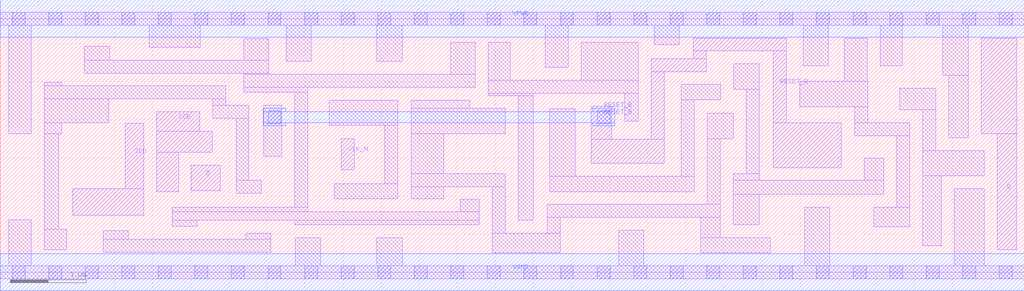
<source format=lef>
# Copyright 2020 The SkyWater PDK Authors
#
# Licensed under the Apache License, Version 2.0 (the "License");
# you may not use this file except in compliance with the License.
# You may obtain a copy of the License at
#
#     https://www.apache.org/licenses/LICENSE-2.0
#
# Unless required by applicable law or agreed to in writing, software
# distributed under the License is distributed on an "AS IS" BASIS,
# WITHOUT WARRANTIES OR CONDITIONS OF ANY KIND, either express or implied.
# See the License for the specific language governing permissions and
# limitations under the License.
#
# SPDX-License-Identifier: Apache-2.0

VERSION 5.7 ;
  NAMESCASESENSITIVE ON ;
  NOWIREEXTENSIONATPIN ON ;
  DIVIDERCHAR "/" ;
  BUSBITCHARS "[]" ;
UNITS
  DATABASE MICRONS 200 ;
END UNITS
MACRO sky130_fd_sc_lp__sdfrtn_1
  CLASS CORE ;
  FOREIGN sky130_fd_sc_lp__sdfrtn_1 ;
  ORIGIN  0.000000  0.000000 ;
  SIZE  13.44000 BY  3.330000 ;
  SYMMETRY X Y R90 ;
  SITE unit ;
  PIN D
    ANTENNAGATEAREA  0.159000 ;
    DIRECTION INPUT ;
    USE SIGNAL ;
    PORT
      LAYER li1 ;
        RECT 2.510000 1.070000 2.885000 1.405000 ;
    END
  END D
  PIN Q
    ANTENNADIFFAREA  0.581700 ;
    DIRECTION OUTPUT ;
    USE SIGNAL ;
    PORT
      LAYER li1 ;
        RECT 12.880000 1.815000 13.345000 3.075000 ;
        RECT 13.085000 0.295000 13.345000 1.815000 ;
    END
  END Q
  PIN RESET_B
    ANTENNAGATEAREA  0.411000 ;
    DIRECTION INPUT ;
    USE SIGNAL ;
    PORT
      LAYER li1 ;
        RECT  7.755000 1.430000  8.715000 1.745000 ;
        RECT  7.755000 1.745000  8.025000 2.180000 ;
        RECT  8.545000 1.745000  8.715000 2.635000 ;
        RECT  8.545000 2.635000  9.265000 2.805000 ;
        RECT  9.095000 2.805000  9.265000 2.905000 ;
        RECT  9.095000 2.905000 10.315000 3.075000 ;
        RECT 10.145000 1.375000 11.040000 1.965000 ;
        RECT 10.145000 1.965000 10.315000 2.905000 ;
      LAYER mcon ;
        RECT 7.835000 1.950000 8.005000 2.120000 ;
    END
    PORT
      LAYER met1 ;
        RECT 3.455000 1.920000 3.745000 1.965000 ;
        RECT 3.455000 1.965000 8.065000 2.105000 ;
        RECT 3.455000 2.105000 3.745000 2.150000 ;
        RECT 7.775000 1.920000 8.065000 1.965000 ;
        RECT 7.775000 2.105000 8.065000 2.150000 ;
    END
  END RESET_B
  PIN SCD
    ANTENNAGATEAREA  0.159000 ;
    DIRECTION INPUT ;
    USE SIGNAL ;
    PORT
      LAYER li1 ;
        RECT 0.950000 0.745000 1.885000 1.095000 ;
        RECT 1.640000 1.095000 1.885000 1.955000 ;
    END
  END SCD
  PIN SCE
    ANTENNAGATEAREA  0.318000 ;
    DIRECTION INPUT ;
    USE SIGNAL ;
    PORT
      LAYER li1 ;
        RECT 2.055000 1.055000 2.340000 1.575000 ;
        RECT 2.055000 1.575000 2.785000 1.850000 ;
        RECT 2.055000 1.850000 2.620000 2.105000 ;
    END
  END SCE
  PIN CLK_N
    ANTENNAGATEAREA  0.315000 ;
    DIRECTION INPUT ;
    USE CLOCK ;
    PORT
      LAYER li1 ;
        RECT 4.475000 1.345000 4.645000 1.750000 ;
    END
  END CLK_N
  PIN VGND
    DIRECTION INOUT ;
    USE GROUND ;
    PORT
      LAYER met1 ;
        RECT 0.000000 -0.245000 13.440000 0.245000 ;
    END
  END VGND
  PIN VPWR
    DIRECTION INOUT ;
    USE POWER ;
    PORT
      LAYER met1 ;
        RECT 0.000000 3.085000 13.440000 3.575000 ;
    END
  END VPWR
  OBS
    LAYER li1 ;
      RECT  0.000000 -0.085000 13.440000 0.085000 ;
      RECT  0.000000  3.245000 13.440000 3.415000 ;
      RECT  0.110000  0.085000  0.405000 0.690000 ;
      RECT  0.110000  1.815000  0.405000 3.245000 ;
      RECT  0.575000  0.295000  0.870000 0.565000 ;
      RECT  0.575000  0.565000  0.770000 1.815000 ;
      RECT  0.575000  1.815000  0.810000 1.965000 ;
      RECT  0.575000  1.965000  1.425000 2.275000 ;
      RECT  0.575000  2.275000  2.960000 2.445000 ;
      RECT  0.575000  2.445000  0.810000 2.495000 ;
      RECT  1.105000  2.615000  3.525000 2.785000 ;
      RECT  1.105000  2.785000  1.435000 2.965000 ;
      RECT  1.350000  0.265000  3.550000 0.435000 ;
      RECT  1.350000  0.435000  1.680000 0.545000 ;
      RECT  1.955000  2.955000  2.625000 3.245000 ;
      RECT  2.255000  0.605000  2.585000 0.685000 ;
      RECT  2.255000  0.685000  6.290000 0.795000 ;
      RECT  2.255000  0.795000  4.035000 0.855000 ;
      RECT  2.790000  2.020000  3.265000 2.195000 ;
      RECT  2.790000  2.195000  2.960000 2.275000 ;
      RECT  3.095000  1.035000  3.425000 1.205000 ;
      RECT  3.095000  1.205000  3.265000 2.020000 ;
      RECT  3.195000  2.365000  4.035000 2.430000 ;
      RECT  3.195000  2.430000  6.235000 2.600000 ;
      RECT  3.195000  2.600000  3.525000 2.615000 ;
      RECT  3.195000  2.785000  3.525000 3.065000 ;
      RECT  3.220000  0.435000  3.550000 0.515000 ;
      RECT  3.460000  1.525000  3.695000 2.195000 ;
      RECT  3.755000  2.770000  4.085000 3.245000 ;
      RECT  3.865000  0.625000  6.290000 0.685000 ;
      RECT  3.865000  0.855000  4.035000 2.365000 ;
      RECT  3.875000  0.085000  4.205000 0.455000 ;
      RECT  4.320000  1.930000  5.215000 2.260000 ;
      RECT  4.385000  0.965000  5.215000 1.165000 ;
      RECT  4.945000  0.085000  5.275000 0.455000 ;
      RECT  4.945000  2.770000  5.275000 3.245000 ;
      RECT  5.045000  1.165000  5.215000 1.930000 ;
      RECT  5.395000  0.965000  5.820000 1.125000 ;
      RECT  5.395000  1.125000  6.630000 1.295000 ;
      RECT  5.395000  1.295000  5.820000 1.815000 ;
      RECT  5.395000  1.815000  6.630000 2.150000 ;
      RECT  5.395000  2.150000  6.160000 2.260000 ;
      RECT  5.915000  2.600000  6.235000 3.020000 ;
      RECT  6.040000  0.795000  6.290000 0.955000 ;
      RECT  6.405000  2.320000  7.000000 2.350000 ;
      RECT  6.405000  2.350000  8.375000 2.520000 ;
      RECT  6.405000  2.520000  6.695000 3.020000 ;
      RECT  6.460000  0.255000  7.350000 0.510000 ;
      RECT  6.460000  0.510000  6.630000 1.125000 ;
      RECT  6.800000  0.680000  7.000000 2.320000 ;
      RECT  7.155000  2.690000  7.455000 3.245000 ;
      RECT  7.180000  0.510000  7.350000 0.720000 ;
      RECT  7.180000  0.720000  9.450000 0.890000 ;
      RECT  7.215000  1.060000  9.110000 1.260000 ;
      RECT  7.215000  1.260000  7.545000 2.145000 ;
      RECT  7.625000  2.520000  8.375000 3.020000 ;
      RECT  8.120000  0.085000  8.450000 0.550000 ;
      RECT  8.195000  1.985000  8.375000 2.350000 ;
      RECT  8.585000  2.985000  8.915000 3.245000 ;
      RECT  8.940000  1.260000  9.110000 2.265000 ;
      RECT  8.940000  2.265000  9.460000 2.465000 ;
      RECT  9.195000  0.255000 10.110000 0.455000 ;
      RECT  9.195000  0.455000  9.450000 0.720000 ;
      RECT  9.280000  0.890000  9.450000 1.755000 ;
      RECT  9.280000  1.755000  9.625000 2.085000 ;
      RECT  9.620000  0.625000  9.965000 1.025000 ;
      RECT  9.620000  1.025000 11.600000 1.205000 ;
      RECT  9.620000  1.205000  9.965000 1.295000 ;
      RECT  9.630000  2.405000  9.965000 2.735000 ;
      RECT  9.795000  1.295000  9.965000 2.405000 ;
      RECT 10.495000  2.175000 11.390000 2.505000 ;
      RECT 10.540000  2.710000 10.870000 3.245000 ;
      RECT 10.560000  0.085000 10.890000 0.855000 ;
      RECT 11.080000  2.505000 11.380000 3.075000 ;
      RECT 11.220000  1.795000 11.940000 1.965000 ;
      RECT 11.220000  1.965000 11.390000 2.175000 ;
      RECT 11.340000  1.205000 11.600000 1.495000 ;
      RECT 11.465000  0.595000 11.940000 0.855000 ;
      RECT 11.550000  2.710000 11.840000 3.245000 ;
      RECT 11.770000  0.855000 11.940000 1.795000 ;
      RECT 11.810000  2.135000 12.280000 2.415000 ;
      RECT 12.110000  0.350000 12.355000 1.265000 ;
      RECT 12.110000  1.265000 12.915000 1.595000 ;
      RECT 12.110000  1.595000 12.280000 2.135000 ;
      RECT 12.370000  2.585000 12.710000 3.245000 ;
      RECT 12.450000  1.765000 12.710000 2.585000 ;
      RECT 12.525000  0.085000 12.915000 1.095000 ;
    LAYER mcon ;
      RECT  0.155000 -0.085000  0.325000 0.085000 ;
      RECT  0.155000  3.245000  0.325000 3.415000 ;
      RECT  0.635000 -0.085000  0.805000 0.085000 ;
      RECT  0.635000  3.245000  0.805000 3.415000 ;
      RECT  1.115000 -0.085000  1.285000 0.085000 ;
      RECT  1.115000  3.245000  1.285000 3.415000 ;
      RECT  1.595000 -0.085000  1.765000 0.085000 ;
      RECT  1.595000  3.245000  1.765000 3.415000 ;
      RECT  2.075000 -0.085000  2.245000 0.085000 ;
      RECT  2.075000  3.245000  2.245000 3.415000 ;
      RECT  2.555000 -0.085000  2.725000 0.085000 ;
      RECT  2.555000  3.245000  2.725000 3.415000 ;
      RECT  3.035000 -0.085000  3.205000 0.085000 ;
      RECT  3.035000  3.245000  3.205000 3.415000 ;
      RECT  3.515000 -0.085000  3.685000 0.085000 ;
      RECT  3.515000  1.950000  3.685000 2.120000 ;
      RECT  3.515000  3.245000  3.685000 3.415000 ;
      RECT  3.995000 -0.085000  4.165000 0.085000 ;
      RECT  3.995000  3.245000  4.165000 3.415000 ;
      RECT  4.475000 -0.085000  4.645000 0.085000 ;
      RECT  4.475000  3.245000  4.645000 3.415000 ;
      RECT  4.955000 -0.085000  5.125000 0.085000 ;
      RECT  4.955000  3.245000  5.125000 3.415000 ;
      RECT  5.435000 -0.085000  5.605000 0.085000 ;
      RECT  5.435000  3.245000  5.605000 3.415000 ;
      RECT  5.915000 -0.085000  6.085000 0.085000 ;
      RECT  5.915000  3.245000  6.085000 3.415000 ;
      RECT  6.395000 -0.085000  6.565000 0.085000 ;
      RECT  6.395000  3.245000  6.565000 3.415000 ;
      RECT  6.875000 -0.085000  7.045000 0.085000 ;
      RECT  6.875000  3.245000  7.045000 3.415000 ;
      RECT  7.355000 -0.085000  7.525000 0.085000 ;
      RECT  7.355000  3.245000  7.525000 3.415000 ;
      RECT  7.835000 -0.085000  8.005000 0.085000 ;
      RECT  7.835000  3.245000  8.005000 3.415000 ;
      RECT  8.315000 -0.085000  8.485000 0.085000 ;
      RECT  8.315000  3.245000  8.485000 3.415000 ;
      RECT  8.795000 -0.085000  8.965000 0.085000 ;
      RECT  8.795000  3.245000  8.965000 3.415000 ;
      RECT  9.275000 -0.085000  9.445000 0.085000 ;
      RECT  9.275000  3.245000  9.445000 3.415000 ;
      RECT  9.755000 -0.085000  9.925000 0.085000 ;
      RECT  9.755000  3.245000  9.925000 3.415000 ;
      RECT 10.235000 -0.085000 10.405000 0.085000 ;
      RECT 10.235000  3.245000 10.405000 3.415000 ;
      RECT 10.715000 -0.085000 10.885000 0.085000 ;
      RECT 10.715000  3.245000 10.885000 3.415000 ;
      RECT 11.195000 -0.085000 11.365000 0.085000 ;
      RECT 11.195000  3.245000 11.365000 3.415000 ;
      RECT 11.675000 -0.085000 11.845000 0.085000 ;
      RECT 11.675000  3.245000 11.845000 3.415000 ;
      RECT 12.155000 -0.085000 12.325000 0.085000 ;
      RECT 12.155000  3.245000 12.325000 3.415000 ;
      RECT 12.635000 -0.085000 12.805000 0.085000 ;
      RECT 12.635000  3.245000 12.805000 3.415000 ;
      RECT 13.115000 -0.085000 13.285000 0.085000 ;
      RECT 13.115000  3.245000 13.285000 3.415000 ;
  END
END sky130_fd_sc_lp__sdfrtn_1
END LIBRARY

</source>
